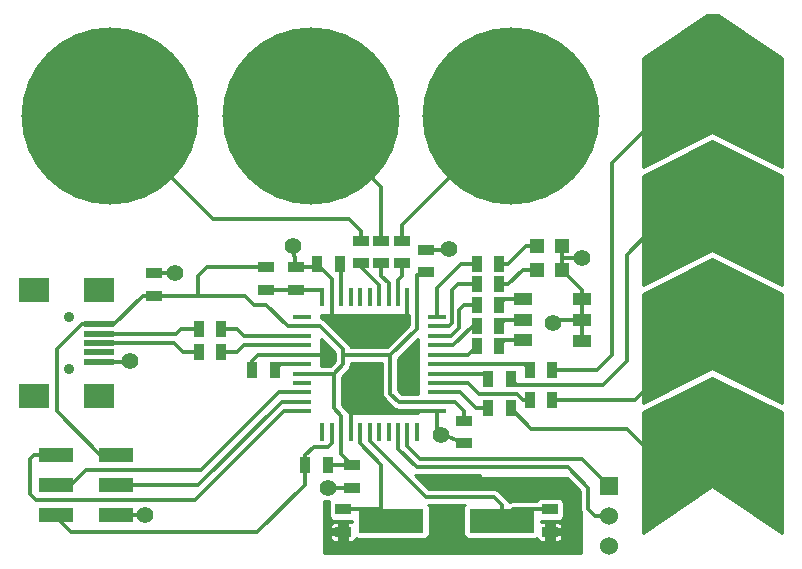
<source format=gtl>
G04 (created by PCBNEW-RS274X (2012-jan-04)-stable) date Fri 04 May 2012 01:52:08 PM EEST*
G01*
G70*
G90*
%MOIN*%
G04 Gerber Fmt 3.4, Leading zero omitted, Abs format*
%FSLAX34Y34*%
G04 APERTURE LIST*
%ADD10C,0.006000*%
%ADD11R,0.098400X0.019700*%
%ADD12R,0.098400X0.078700*%
%ADD13C,0.035400*%
%ADD14R,0.016000X0.060000*%
%ADD15R,0.060000X0.016000*%
%ADD16R,0.118100X0.051200*%
%ADD17R,0.035000X0.055000*%
%ADD18R,0.055000X0.035000*%
%ADD19R,0.216500X0.078700*%
%ADD20R,0.047200X0.047200*%
%ADD21C,0.590600*%
%ADD22C,0.051200*%
%ADD23R,0.059100X0.039400*%
%ADD24R,0.060000X0.060000*%
%ADD25C,0.060000*%
%ADD26C,0.055100*%
%ADD27C,0.011800*%
%ADD28C,0.010000*%
G04 APERTURE END LIST*
G54D10*
G54D11*
X20500Y-26620D03*
X20500Y-26935D03*
X20500Y-27250D03*
X20500Y-27565D03*
X20500Y-27880D03*
G54D12*
X20500Y-25498D03*
X20500Y-29002D03*
X18335Y-29002D03*
X18335Y-25498D03*
G54D13*
X19516Y-26384D03*
X19516Y-28116D03*
G54D14*
X29528Y-25703D03*
X29213Y-25703D03*
X28898Y-25703D03*
X28583Y-25703D03*
X28268Y-25703D03*
X27953Y-25703D03*
X29843Y-25703D03*
X30158Y-25703D03*
X30473Y-25703D03*
X30788Y-25703D03*
X31103Y-25703D03*
X29528Y-30203D03*
X29213Y-30203D03*
X28898Y-30203D03*
X28583Y-30203D03*
X28268Y-30203D03*
X27953Y-30203D03*
X29843Y-30203D03*
X30158Y-30203D03*
X30473Y-30203D03*
X30788Y-30203D03*
X31103Y-30203D03*
G54D15*
X27278Y-27953D03*
X31778Y-27953D03*
X27278Y-28268D03*
X31778Y-28268D03*
X31778Y-28583D03*
X27278Y-28583D03*
X27278Y-28898D03*
X31778Y-28898D03*
X31778Y-29213D03*
X27278Y-29213D03*
X27278Y-29528D03*
X31778Y-29528D03*
X31778Y-27638D03*
X27278Y-27638D03*
X27278Y-27323D03*
X31778Y-27323D03*
X31778Y-27008D03*
X27278Y-27008D03*
X27278Y-26693D03*
X31778Y-26693D03*
X31778Y-26378D03*
X27278Y-26378D03*
G54D16*
X19079Y-30988D03*
X21079Y-30988D03*
X19079Y-31988D03*
X21079Y-31988D03*
X19079Y-32988D03*
X21079Y-32988D03*
G54D17*
X28131Y-31299D03*
X27381Y-31299D03*
X23838Y-26773D03*
X24588Y-26773D03*
X24588Y-27560D03*
X23838Y-27560D03*
X33090Y-24606D03*
X33840Y-24606D03*
X33090Y-25295D03*
X33840Y-25295D03*
X33090Y-27362D03*
X33840Y-27362D03*
G54D18*
X22343Y-25670D03*
X22343Y-24920D03*
X35531Y-32794D03*
X35531Y-33544D03*
X28642Y-32794D03*
X28642Y-33544D03*
G54D17*
X27775Y-24606D03*
X28525Y-24606D03*
G54D18*
X32677Y-29842D03*
X32677Y-30592D03*
G54D17*
X26359Y-28150D03*
X25609Y-28150D03*
G54D18*
X31398Y-24883D03*
X31398Y-24133D03*
X27067Y-24723D03*
X27067Y-25473D03*
X28937Y-31318D03*
X28937Y-32068D03*
G54D19*
X30237Y-33169D03*
X33937Y-33169D03*
G54D20*
X35118Y-24803D03*
X35944Y-24803D03*
X35118Y-24016D03*
X35944Y-24016D03*
G54D21*
X34252Y-19685D03*
X27559Y-19685D03*
X20866Y-19685D03*
G54D22*
X40945Y-31496D03*
X40945Y-27559D03*
X40945Y-23622D03*
X40945Y-19685D03*
G54D17*
X33090Y-26673D03*
X33840Y-26673D03*
X33090Y-25984D03*
X33840Y-25984D03*
G54D23*
X34646Y-25787D03*
X34646Y-26476D03*
X34646Y-27165D03*
X36615Y-25788D03*
X36615Y-26477D03*
X36615Y-27166D03*
G54D18*
X26083Y-24723D03*
X26083Y-25473D03*
X29232Y-24588D03*
X29232Y-23838D03*
X29921Y-24588D03*
X29921Y-23838D03*
X30610Y-24588D03*
X30610Y-23838D03*
G54D17*
X34861Y-28150D03*
X35611Y-28150D03*
X33483Y-28445D03*
X34233Y-28445D03*
X34861Y-29134D03*
X35611Y-29134D03*
X33483Y-29429D03*
X34233Y-29429D03*
G54D24*
X37500Y-32000D03*
G54D25*
X37500Y-33000D03*
X37500Y-34000D03*
G54D26*
X32185Y-24114D03*
X22047Y-32972D03*
X26969Y-24016D03*
X32283Y-31890D03*
X28642Y-26673D03*
X36614Y-24409D03*
X30413Y-26673D03*
X30807Y-28051D03*
X32087Y-34055D03*
X28642Y-34055D03*
X28150Y-32087D03*
X29429Y-28740D03*
X28150Y-27657D03*
X35531Y-34055D03*
X21555Y-27854D03*
X31890Y-30315D03*
X23031Y-24902D03*
X35630Y-26575D03*
G54D27*
X28131Y-31299D02*
X28918Y-31299D01*
X30493Y-29213D02*
X30217Y-28937D01*
X32677Y-29527D02*
X32363Y-29213D01*
X28918Y-31299D02*
X28937Y-31318D01*
X28583Y-30203D02*
X28583Y-29666D01*
X27278Y-26693D02*
X27874Y-26693D01*
X30217Y-28937D02*
X30217Y-27657D01*
X21968Y-25670D02*
X22343Y-25670D01*
X31103Y-26771D02*
X30217Y-27657D01*
X30217Y-27657D02*
X28642Y-27657D01*
X27874Y-26693D02*
X28642Y-27461D01*
X28326Y-29409D02*
X28326Y-28268D01*
X31778Y-29213D02*
X30493Y-29213D01*
X24409Y-24723D02*
X24096Y-24723D01*
X28642Y-27657D02*
X28642Y-27952D01*
X28642Y-27952D02*
X28326Y-28268D01*
X20500Y-26620D02*
X19936Y-26620D01*
X20555Y-30988D02*
X21079Y-30988D01*
X19094Y-29527D02*
X20555Y-30988D01*
X19094Y-27462D02*
X19094Y-29527D01*
X19936Y-26620D02*
X19094Y-27462D01*
X20500Y-26620D02*
X21018Y-26620D01*
X28326Y-28268D02*
X27278Y-28268D01*
X28642Y-27461D02*
X28642Y-27657D01*
X23819Y-25670D02*
X25374Y-25670D01*
X21018Y-26620D02*
X21968Y-25670D01*
X23819Y-25000D02*
X23819Y-25670D01*
X24096Y-24723D02*
X23819Y-25000D01*
X23819Y-25670D02*
X23819Y-25689D01*
X23819Y-25689D02*
X23819Y-25670D01*
X23425Y-25670D02*
X23819Y-25670D01*
X31103Y-25703D02*
X31103Y-26771D01*
X26083Y-25984D02*
X26792Y-26693D01*
X25374Y-25670D02*
X25688Y-25984D01*
X25688Y-25984D02*
X26083Y-25984D01*
X26792Y-26693D02*
X27278Y-26693D01*
X32363Y-29213D02*
X31778Y-29213D01*
X28583Y-29666D02*
X28326Y-29409D01*
X31103Y-24982D02*
X31398Y-24883D01*
X28583Y-30964D02*
X28937Y-31318D01*
X31103Y-25703D02*
X31103Y-24982D01*
X23425Y-25670D02*
X22343Y-25670D01*
X32677Y-29842D02*
X32677Y-29527D01*
X23445Y-25670D02*
X23425Y-25670D01*
X24409Y-24723D02*
X24392Y-24723D01*
X26083Y-24723D02*
X24409Y-24723D01*
X28583Y-30203D02*
X28583Y-30964D01*
X26672Y-29528D02*
X23720Y-32480D01*
X18209Y-32283D02*
X18209Y-31103D01*
X27278Y-29528D02*
X26672Y-29528D01*
X18324Y-30988D02*
X19079Y-30988D01*
X23720Y-32480D02*
X18406Y-32480D01*
X18406Y-32480D02*
X18209Y-32283D01*
X18209Y-31103D02*
X18324Y-30988D01*
X21079Y-31988D02*
X23820Y-31988D01*
X26595Y-29213D02*
X27278Y-29213D01*
X23820Y-31988D02*
X26595Y-29213D01*
X28268Y-30591D02*
X28150Y-30709D01*
X27381Y-31969D02*
X27381Y-31299D01*
X25787Y-33563D02*
X27381Y-31969D01*
X19079Y-33056D02*
X19586Y-33563D01*
X28268Y-30203D02*
X28268Y-30591D01*
X27381Y-30986D02*
X27381Y-31299D01*
X28150Y-30709D02*
X27658Y-30709D01*
X19586Y-33563D02*
X25787Y-33563D01*
X27658Y-30709D02*
X27381Y-30986D01*
X19079Y-32988D02*
X19079Y-33056D01*
X20079Y-31496D02*
X23917Y-31496D01*
X19587Y-31988D02*
X20079Y-31496D01*
X19079Y-31988D02*
X19587Y-31988D01*
X26515Y-28898D02*
X27278Y-28898D01*
X23917Y-31496D02*
X26515Y-28898D01*
X31778Y-25407D02*
X32579Y-24606D01*
X31778Y-26378D02*
X31778Y-25407D01*
X32579Y-24606D02*
X33090Y-24606D01*
X32165Y-26693D02*
X31778Y-26693D01*
X32283Y-25492D02*
X32283Y-26575D01*
X32283Y-26575D02*
X32165Y-26693D01*
X32480Y-25295D02*
X32283Y-25492D01*
X33090Y-25295D02*
X32480Y-25295D01*
X32677Y-25984D02*
X33090Y-25984D01*
X31778Y-27008D02*
X32244Y-27008D01*
X32503Y-26749D02*
X32503Y-26158D01*
X32503Y-26158D02*
X32677Y-25984D01*
X32244Y-27008D02*
X32503Y-26749D01*
X32814Y-27638D02*
X33090Y-27362D01*
X31778Y-27638D02*
X32814Y-27638D01*
X31778Y-27323D02*
X32322Y-27323D01*
X32322Y-27323D02*
X32972Y-26673D01*
X32972Y-26673D02*
X33090Y-26673D01*
X37598Y-27658D02*
X37598Y-21260D01*
X37598Y-21260D02*
X39173Y-19685D01*
X37106Y-28150D02*
X37598Y-27658D01*
X39173Y-19685D02*
X40945Y-19685D01*
X35611Y-28150D02*
X37106Y-28150D01*
X38780Y-23622D02*
X38091Y-24311D01*
X34449Y-28642D02*
X37303Y-28642D01*
X38091Y-24311D02*
X38091Y-27854D01*
X38091Y-27854D02*
X37402Y-28543D01*
X40945Y-23622D02*
X38780Y-23622D01*
X37303Y-28642D02*
X37402Y-28543D01*
X34233Y-28445D02*
X34252Y-28445D01*
X34252Y-28445D02*
X34449Y-28642D01*
X38386Y-29134D02*
X39961Y-27559D01*
X39961Y-27559D02*
X40945Y-27559D01*
X35611Y-29134D02*
X38386Y-29134D01*
X38090Y-30118D02*
X34922Y-30118D01*
X40945Y-31496D02*
X39468Y-31496D01*
X34922Y-30118D02*
X34233Y-29429D01*
X39468Y-31496D02*
X38090Y-30118D01*
X32087Y-34055D02*
X28642Y-34055D01*
X27971Y-24822D02*
X27775Y-24606D01*
X28169Y-32068D02*
X28150Y-32087D01*
X27278Y-27638D02*
X28032Y-27638D01*
X36615Y-27166D02*
X36615Y-26477D01*
X31674Y-24133D02*
X32185Y-24114D01*
X25807Y-27638D02*
X25609Y-27836D01*
X25609Y-27836D02*
X25609Y-28150D01*
X28268Y-25119D02*
X27971Y-24822D01*
X36615Y-25474D02*
X35944Y-24803D01*
X28445Y-26673D02*
X28642Y-26673D01*
X20500Y-27880D02*
X21529Y-27880D01*
X31398Y-24133D02*
X31674Y-24133D01*
X21529Y-27880D02*
X21555Y-27854D01*
X31778Y-30203D02*
X31890Y-30315D01*
X28268Y-26496D02*
X28445Y-26673D01*
X36615Y-26477D02*
X36615Y-25788D01*
X21079Y-32988D02*
X22031Y-32988D01*
X28937Y-32068D02*
X28169Y-32068D01*
X32677Y-30592D02*
X31909Y-30296D01*
X27278Y-27638D02*
X25807Y-27638D01*
X28032Y-27638D02*
X28150Y-27657D01*
X22031Y-32988D02*
X22047Y-32972D01*
X22343Y-24920D02*
X23013Y-24920D01*
X35728Y-26477D02*
X35630Y-26575D01*
X28898Y-29567D02*
X29429Y-28740D01*
X35944Y-24409D02*
X36614Y-24409D01*
X27067Y-24705D02*
X26969Y-24016D01*
X35531Y-33544D02*
X35531Y-34055D01*
X28898Y-29567D02*
X28898Y-30203D01*
X29429Y-28838D02*
X29429Y-28740D01*
X31778Y-29528D02*
X30119Y-29528D01*
X30119Y-29528D02*
X29429Y-28838D01*
X28642Y-34055D02*
X28642Y-33544D01*
X31778Y-30203D02*
X31778Y-29528D01*
X30788Y-26359D02*
X30413Y-26673D01*
X36615Y-26477D02*
X35728Y-26477D01*
X27067Y-24723D02*
X27067Y-24705D01*
X30788Y-25703D02*
X30788Y-26359D01*
X36615Y-25788D02*
X36615Y-25474D01*
X23013Y-24920D02*
X23031Y-24902D01*
X27067Y-24723D02*
X27854Y-24723D01*
X28268Y-25703D02*
X28268Y-26496D01*
X28268Y-25703D02*
X28268Y-25119D01*
X35944Y-24409D02*
X35944Y-24803D01*
X27854Y-24723D02*
X27775Y-24606D01*
X35944Y-24016D02*
X35944Y-24409D01*
X31909Y-30296D02*
X31890Y-30315D01*
X35531Y-32794D02*
X34312Y-32794D01*
X29528Y-30512D02*
X31398Y-32382D01*
X33937Y-32657D02*
X33937Y-33169D01*
X29528Y-30203D02*
X29528Y-30512D01*
X33662Y-32382D02*
X33937Y-32657D01*
X31398Y-32382D02*
X33662Y-32382D01*
X34312Y-32794D02*
X33937Y-33169D01*
X28642Y-32794D02*
X29862Y-32794D01*
X29921Y-31299D02*
X29921Y-32853D01*
X29213Y-30203D02*
X29213Y-30591D01*
X29921Y-32853D02*
X30237Y-33169D01*
X29862Y-32794D02*
X30237Y-33169D01*
X29213Y-30591D02*
X29921Y-31299D01*
X34037Y-26476D02*
X33840Y-26673D01*
X34646Y-26476D02*
X34037Y-26476D01*
X32539Y-28898D02*
X33070Y-29429D01*
X33070Y-29429D02*
X33483Y-29429D01*
X31778Y-28898D02*
X32539Y-28898D01*
X29843Y-25703D02*
X29843Y-25315D01*
X29232Y-24704D02*
X29232Y-24588D01*
X29843Y-25315D02*
X29232Y-24704D01*
X30158Y-25703D02*
X30158Y-25237D01*
X30158Y-25237D02*
X29921Y-25000D01*
X29921Y-25000D02*
X29921Y-24588D01*
X31778Y-28268D02*
X33306Y-28268D01*
X33306Y-28268D02*
X33483Y-28445D01*
X30473Y-25137D02*
X30610Y-25000D01*
X30610Y-25000D02*
X30610Y-24588D01*
X30473Y-25703D02*
X30473Y-25137D01*
X27933Y-25473D02*
X27067Y-25473D01*
X27953Y-25493D02*
X27933Y-25473D01*
X27953Y-25703D02*
X27953Y-25493D01*
X26083Y-25473D02*
X27067Y-25473D01*
X28583Y-24744D02*
X28525Y-24606D01*
X28583Y-25703D02*
X28583Y-24744D01*
X27278Y-27953D02*
X26556Y-27953D01*
X26556Y-27953D02*
X26359Y-28150D01*
X29921Y-23838D02*
X29921Y-22047D01*
X29921Y-22047D02*
X27559Y-19685D01*
X29232Y-23838D02*
X29232Y-23524D01*
X28838Y-23130D02*
X24311Y-23130D01*
X29232Y-23524D02*
X28838Y-23130D01*
X24311Y-23130D02*
X20866Y-19685D01*
X34646Y-24803D02*
X34154Y-25295D01*
X35118Y-24803D02*
X34646Y-24803D01*
X34154Y-25295D02*
X33840Y-25295D01*
X34154Y-24606D02*
X33840Y-24606D01*
X35118Y-24016D02*
X34744Y-24016D01*
X34744Y-24016D02*
X34154Y-24606D01*
X30610Y-23327D02*
X34252Y-19685D01*
X30610Y-23838D02*
X30610Y-23327D01*
X36602Y-31102D02*
X37500Y-32000D01*
X31200Y-31102D02*
X36602Y-31102D01*
X30788Y-30203D02*
X30788Y-30690D01*
X30788Y-30690D02*
X31200Y-31102D01*
X36811Y-32086D02*
X36811Y-32775D01*
X37036Y-33000D02*
X37500Y-33000D01*
X30473Y-30203D02*
X30473Y-30768D01*
X36123Y-31398D02*
X36811Y-32086D01*
X31103Y-31398D02*
X36123Y-31398D01*
X30473Y-30768D02*
X31103Y-31398D01*
X36811Y-32775D02*
X37036Y-33000D01*
X25335Y-27008D02*
X25100Y-26773D01*
X27278Y-27008D02*
X25335Y-27008D01*
X25100Y-26773D02*
X24588Y-26773D01*
X23227Y-26773D02*
X23838Y-26773D01*
X23065Y-26935D02*
X23227Y-26773D01*
X20500Y-26935D02*
X23065Y-26935D01*
X23310Y-27560D02*
X23838Y-27560D01*
X23000Y-27250D02*
X23310Y-27560D01*
X20500Y-27250D02*
X23000Y-27250D01*
X25334Y-27323D02*
X25097Y-27560D01*
X27278Y-27323D02*
X25334Y-27323D01*
X25097Y-27560D02*
X24588Y-27560D01*
X34664Y-27953D02*
X34861Y-28150D01*
X31778Y-27953D02*
X34664Y-27953D01*
X34037Y-27165D02*
X33840Y-27362D01*
X34646Y-27165D02*
X34037Y-27165D01*
X34037Y-25787D02*
X33840Y-25984D01*
X34646Y-25787D02*
X34037Y-25787D01*
X34449Y-28937D02*
X34646Y-29134D01*
X31778Y-28583D02*
X32815Y-28583D01*
X34646Y-29134D02*
X34861Y-29134D01*
X33169Y-28937D02*
X34449Y-28937D01*
X32815Y-28583D02*
X33169Y-28937D01*
G54D10*
G36*
X43257Y-21376D02*
X40945Y-20220D01*
X38633Y-21376D01*
X38633Y-17744D01*
X40760Y-16325D01*
X41129Y-16325D01*
X43257Y-17744D01*
X43257Y-21376D01*
X43257Y-21376D01*
G37*
G54D28*
X43257Y-21376D02*
X40945Y-20220D01*
X38633Y-21376D01*
X38633Y-17744D01*
X40760Y-16325D01*
X41129Y-16325D01*
X43257Y-17744D01*
X43257Y-21376D01*
G54D10*
G36*
X43257Y-25313D02*
X40945Y-24157D01*
X38633Y-25313D01*
X38633Y-21685D01*
X40945Y-20528D01*
X43257Y-21685D01*
X43257Y-25313D01*
X43257Y-25313D01*
G37*
G54D28*
X43257Y-25313D02*
X40945Y-24157D01*
X38633Y-25313D01*
X38633Y-21685D01*
X40945Y-20528D01*
X43257Y-21685D01*
X43257Y-25313D01*
G54D10*
G36*
X43257Y-29250D02*
X40945Y-28094D01*
X38633Y-29250D01*
X38633Y-25622D01*
X40945Y-24465D01*
X43257Y-25622D01*
X43257Y-29250D01*
X43257Y-29250D01*
G37*
G54D28*
X43257Y-29250D02*
X40945Y-28094D01*
X38633Y-29250D01*
X38633Y-25622D01*
X40945Y-24465D01*
X43257Y-25622D01*
X43257Y-29250D01*
G54D10*
G36*
X43257Y-33568D02*
X40945Y-32027D01*
X38633Y-33568D01*
X38633Y-29559D01*
X40945Y-28402D01*
X43257Y-29559D01*
X43257Y-33568D01*
X43257Y-33568D01*
G37*
G54D28*
X43257Y-33568D02*
X40945Y-32027D01*
X38633Y-33568D01*
X38633Y-29559D01*
X40945Y-28402D01*
X43257Y-29559D01*
X43257Y-33568D01*
G54D10*
G36*
X36565Y-34265D02*
X35954Y-34265D01*
X35954Y-33668D01*
X35954Y-33420D01*
X35953Y-33340D01*
X35931Y-33286D01*
X35889Y-33245D01*
X35835Y-33222D01*
X35777Y-33222D01*
X35705Y-33221D01*
X35668Y-33258D01*
X35668Y-33457D01*
X35917Y-33457D01*
X35954Y-33420D01*
X35954Y-33668D01*
X35917Y-33631D01*
X35668Y-33631D01*
X35668Y-33830D01*
X35705Y-33867D01*
X35777Y-33866D01*
X35835Y-33866D01*
X35889Y-33843D01*
X35931Y-33802D01*
X35953Y-33748D01*
X35954Y-33668D01*
X35954Y-34265D01*
X28505Y-34265D01*
X28505Y-33830D01*
X28505Y-33631D01*
X28505Y-33457D01*
X28505Y-33258D01*
X28468Y-33221D01*
X28396Y-33222D01*
X28338Y-33222D01*
X28284Y-33245D01*
X28242Y-33286D01*
X28220Y-33340D01*
X28219Y-33420D01*
X28256Y-33457D01*
X28505Y-33457D01*
X28505Y-33631D01*
X28256Y-33631D01*
X28219Y-33668D01*
X28220Y-33748D01*
X28242Y-33802D01*
X28284Y-33843D01*
X28338Y-33866D01*
X28396Y-33866D01*
X28468Y-33867D01*
X28505Y-33830D01*
X28505Y-34265D01*
X28003Y-34265D01*
X28003Y-32530D01*
X28180Y-32530D01*
X28160Y-32578D01*
X28160Y-32660D01*
X28160Y-33010D01*
X28191Y-33086D01*
X28250Y-33144D01*
X28326Y-33176D01*
X28408Y-33176D01*
X28948Y-33176D01*
X28948Y-33222D01*
X28946Y-33222D01*
X28888Y-33222D01*
X28816Y-33221D01*
X28779Y-33258D01*
X28779Y-33457D01*
X28842Y-33457D01*
X28842Y-33631D01*
X28779Y-33631D01*
X28779Y-33830D01*
X28816Y-33867D01*
X28888Y-33866D01*
X28946Y-33866D01*
X29000Y-33843D01*
X29042Y-33802D01*
X29045Y-33794D01*
X29065Y-33794D01*
X29065Y-33748D01*
X29114Y-33769D01*
X29196Y-33769D01*
X31360Y-33769D01*
X31436Y-33738D01*
X31494Y-33679D01*
X31526Y-33603D01*
X31526Y-33521D01*
X31526Y-32735D01*
X31495Y-32659D01*
X31483Y-32648D01*
X32690Y-32648D01*
X32680Y-32659D01*
X32648Y-32735D01*
X32648Y-32817D01*
X32648Y-33603D01*
X32679Y-33679D01*
X32738Y-33737D01*
X32814Y-33769D01*
X32896Y-33769D01*
X35060Y-33769D01*
X35108Y-33748D01*
X35108Y-33794D01*
X35127Y-33794D01*
X35131Y-33802D01*
X35173Y-33843D01*
X35227Y-33866D01*
X35285Y-33866D01*
X35357Y-33867D01*
X35394Y-33830D01*
X35394Y-33631D01*
X35331Y-33631D01*
X35331Y-33457D01*
X35394Y-33457D01*
X35394Y-33258D01*
X35357Y-33221D01*
X35285Y-33222D01*
X35227Y-33222D01*
X35226Y-33222D01*
X35226Y-33176D01*
X35297Y-33176D01*
X35847Y-33176D01*
X35923Y-33145D01*
X35981Y-33086D01*
X36013Y-33010D01*
X36013Y-32928D01*
X36013Y-32578D01*
X35982Y-32502D01*
X35923Y-32444D01*
X35847Y-32412D01*
X35765Y-32412D01*
X35215Y-32412D01*
X35139Y-32443D01*
X35081Y-32502D01*
X35070Y-32528D01*
X34312Y-32528D01*
X34210Y-32548D01*
X34184Y-32564D01*
X34183Y-32555D01*
X34125Y-32469D01*
X34124Y-32468D01*
X33850Y-32194D01*
X33764Y-32136D01*
X33662Y-32116D01*
X31508Y-32116D01*
X31045Y-31652D01*
X31102Y-31663D01*
X31103Y-31664D01*
X33218Y-31664D01*
X33218Y-31743D01*
X36092Y-31743D01*
X36545Y-32196D01*
X36545Y-32775D01*
X36565Y-32877D01*
X36565Y-34265D01*
X36565Y-34265D01*
G37*
G54D28*
X36565Y-34265D02*
X35954Y-34265D01*
X35954Y-33668D01*
X35954Y-33420D01*
X35953Y-33340D01*
X35931Y-33286D01*
X35889Y-33245D01*
X35835Y-33222D01*
X35777Y-33222D01*
X35705Y-33221D01*
X35668Y-33258D01*
X35668Y-33457D01*
X35917Y-33457D01*
X35954Y-33420D01*
X35954Y-33668D01*
X35917Y-33631D01*
X35668Y-33631D01*
X35668Y-33830D01*
X35705Y-33867D01*
X35777Y-33866D01*
X35835Y-33866D01*
X35889Y-33843D01*
X35931Y-33802D01*
X35953Y-33748D01*
X35954Y-33668D01*
X35954Y-34265D01*
X28505Y-34265D01*
X28505Y-33830D01*
X28505Y-33631D01*
X28505Y-33457D01*
X28505Y-33258D01*
X28468Y-33221D01*
X28396Y-33222D01*
X28338Y-33222D01*
X28284Y-33245D01*
X28242Y-33286D01*
X28220Y-33340D01*
X28219Y-33420D01*
X28256Y-33457D01*
X28505Y-33457D01*
X28505Y-33631D01*
X28256Y-33631D01*
X28219Y-33668D01*
X28220Y-33748D01*
X28242Y-33802D01*
X28284Y-33843D01*
X28338Y-33866D01*
X28396Y-33866D01*
X28468Y-33867D01*
X28505Y-33830D01*
X28505Y-34265D01*
X28003Y-34265D01*
X28003Y-32530D01*
X28180Y-32530D01*
X28160Y-32578D01*
X28160Y-32660D01*
X28160Y-33010D01*
X28191Y-33086D01*
X28250Y-33144D01*
X28326Y-33176D01*
X28408Y-33176D01*
X28948Y-33176D01*
X28948Y-33222D01*
X28946Y-33222D01*
X28888Y-33222D01*
X28816Y-33221D01*
X28779Y-33258D01*
X28779Y-33457D01*
X28842Y-33457D01*
X28842Y-33631D01*
X28779Y-33631D01*
X28779Y-33830D01*
X28816Y-33867D01*
X28888Y-33866D01*
X28946Y-33866D01*
X29000Y-33843D01*
X29042Y-33802D01*
X29045Y-33794D01*
X29065Y-33794D01*
X29065Y-33748D01*
X29114Y-33769D01*
X29196Y-33769D01*
X31360Y-33769D01*
X31436Y-33738D01*
X31494Y-33679D01*
X31526Y-33603D01*
X31526Y-33521D01*
X31526Y-32735D01*
X31495Y-32659D01*
X31483Y-32648D01*
X32690Y-32648D01*
X32680Y-32659D01*
X32648Y-32735D01*
X32648Y-32817D01*
X32648Y-33603D01*
X32679Y-33679D01*
X32738Y-33737D01*
X32814Y-33769D01*
X32896Y-33769D01*
X35060Y-33769D01*
X35108Y-33748D01*
X35108Y-33794D01*
X35127Y-33794D01*
X35131Y-33802D01*
X35173Y-33843D01*
X35227Y-33866D01*
X35285Y-33866D01*
X35357Y-33867D01*
X35394Y-33830D01*
X35394Y-33631D01*
X35331Y-33631D01*
X35331Y-33457D01*
X35394Y-33457D01*
X35394Y-33258D01*
X35357Y-33221D01*
X35285Y-33222D01*
X35227Y-33222D01*
X35226Y-33222D01*
X35226Y-33176D01*
X35297Y-33176D01*
X35847Y-33176D01*
X35923Y-33145D01*
X35981Y-33086D01*
X36013Y-33010D01*
X36013Y-32928D01*
X36013Y-32578D01*
X35982Y-32502D01*
X35923Y-32444D01*
X35847Y-32412D01*
X35765Y-32412D01*
X35215Y-32412D01*
X35139Y-32443D01*
X35081Y-32502D01*
X35070Y-32528D01*
X34312Y-32528D01*
X34210Y-32548D01*
X34184Y-32564D01*
X34183Y-32555D01*
X34125Y-32469D01*
X34124Y-32468D01*
X33850Y-32194D01*
X33764Y-32136D01*
X33662Y-32116D01*
X31508Y-32116D01*
X31045Y-31652D01*
X31102Y-31663D01*
X31103Y-31664D01*
X33218Y-31664D01*
X33218Y-31743D01*
X36092Y-31743D01*
X36545Y-32196D01*
X36545Y-32775D01*
X36565Y-32877D01*
X36565Y-34265D01*
G54D10*
G36*
X28376Y-27842D02*
X28216Y-28002D01*
X27904Y-28002D01*
X27904Y-27099D01*
X28376Y-27571D01*
X28376Y-27657D01*
X28376Y-27842D01*
X28376Y-27842D01*
G37*
G54D28*
X28376Y-27842D02*
X28216Y-28002D01*
X27904Y-28002D01*
X27904Y-27099D01*
X28376Y-27571D01*
X28376Y-27657D01*
X28376Y-27842D01*
G54D10*
G36*
X30837Y-26661D02*
X30107Y-27391D01*
X28894Y-27391D01*
X28888Y-27359D01*
X28830Y-27273D01*
X28062Y-26505D01*
X27976Y-26447D01*
X27904Y-26432D01*
X27904Y-26330D01*
X30837Y-26330D01*
X30837Y-26661D01*
X30837Y-26661D01*
G37*
G54D28*
X30837Y-26661D02*
X30107Y-27391D01*
X28894Y-27391D01*
X28888Y-27359D01*
X28830Y-27273D01*
X28062Y-26505D01*
X27976Y-26447D01*
X27904Y-26432D01*
X27904Y-26330D01*
X30837Y-26330D01*
X30837Y-26661D01*
G54D10*
G36*
X31151Y-28947D02*
X30603Y-28947D01*
X30483Y-28827D01*
X30483Y-27767D01*
X31151Y-27099D01*
X31151Y-28947D01*
X31151Y-28947D01*
G37*
G54D28*
X31151Y-28947D02*
X30603Y-28947D01*
X30483Y-28827D01*
X30483Y-27767D01*
X31151Y-27099D01*
X31151Y-28947D01*
G54D10*
G36*
X31151Y-29576D02*
X28831Y-29576D01*
X28829Y-29564D01*
X28771Y-29478D01*
X28592Y-29299D01*
X28592Y-28378D01*
X28829Y-28141D01*
X28829Y-28140D01*
X28830Y-28140D01*
X28887Y-28054D01*
X28888Y-28054D01*
X28907Y-27953D01*
X28908Y-27952D01*
X28908Y-27923D01*
X29951Y-27923D01*
X29951Y-28937D01*
X29971Y-29039D01*
X30029Y-29125D01*
X30305Y-29401D01*
X30391Y-29459D01*
X30493Y-29479D01*
X31151Y-29479D01*
X31151Y-29576D01*
X31151Y-29576D01*
G37*
G54D28*
X31151Y-29576D02*
X28831Y-29576D01*
X28829Y-29564D01*
X28771Y-29478D01*
X28592Y-29299D01*
X28592Y-28378D01*
X28829Y-28141D01*
X28829Y-28140D01*
X28830Y-28140D01*
X28887Y-28054D01*
X28888Y-28054D01*
X28907Y-27953D01*
X28908Y-27952D01*
X28908Y-27923D01*
X29951Y-27923D01*
X29951Y-28937D01*
X29971Y-29039D01*
X30029Y-29125D01*
X30305Y-29401D01*
X30391Y-29459D01*
X30493Y-29479D01*
X31151Y-29479D01*
X31151Y-29576D01*
M02*

</source>
